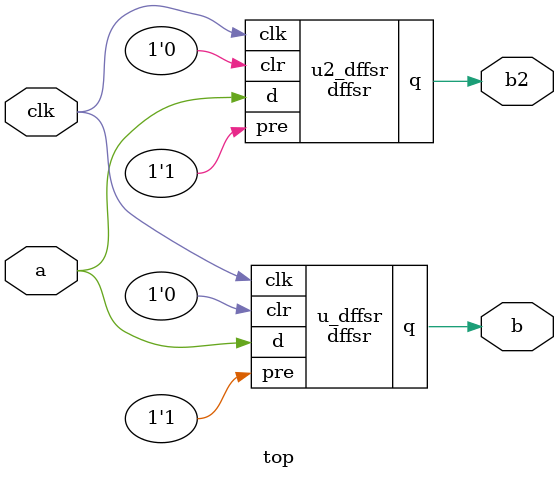
<source format=v>
module dffsr
    ( input d, clk, pre, clr, output reg q );
	always @( posedge clk, posedge pre, posedge clr )
		if ( pre )
			q <= 1'b1;
		else if ( clr )
			q <= 1'b0;
		else
            q <= d;
endmodule

module top (
input clk,
input a,
output b,b2
);

dffsr u_dffsr (
        .clk (clk ),
`ifndef BUG
        .clr (1'b0),
        .pre (1'b1),
`else
        .clr (1'b1),
        .pre (1'b0),
`endif
        .d (a ),
        .q (b )
    );

dffsr u2_dffsr (
        .clk (clk ),
`ifndef BUG
        .clr (1'b0),
        .pre (1'b1),
`else
        .clr (1'b1),
        .pre (1'b0),
`endif
        .d (a ),
        .q (b2 )
    );

endmodule

</source>
